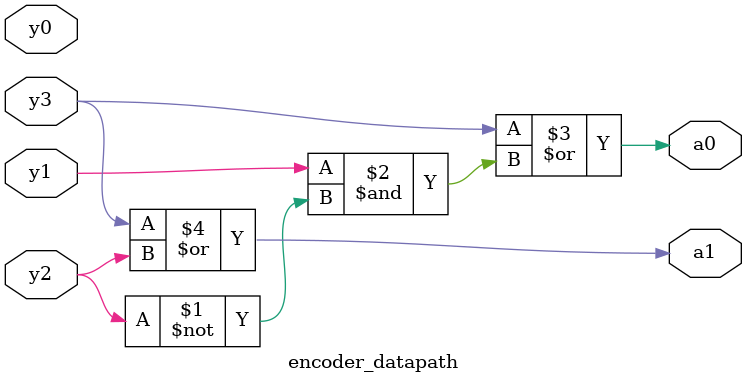
<source format=v>
`timescale 1ns / 1ps
module encoder_datapath(y3,y2,y1,y0,a1,a0 );
	 input y3;
    input y2;
    input y1;
    input y0;
    output a1;
    output a0;
   
	 assign a0=y3|(y1&~y2);
 assign a1=y3|y2;



endmodule

</source>
